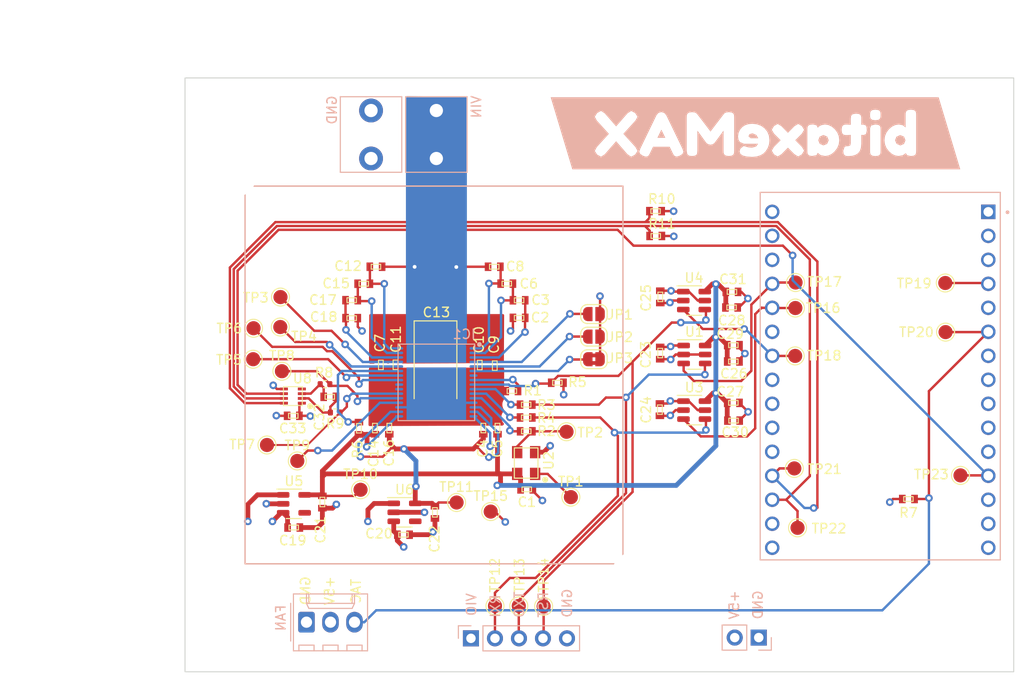
<source format=kicad_pcb>
(kicad_pcb (version 20211014) (generator pcbnew)
  (layers (0 "F.Cu" signal) (1 "In1.Cu" signal) (2 "In2.Cu" signal) (31 "B.Cu" signal) (34 "B.Paste" user) (35 "F.Paste" user) (36 "B.SilkS" user "B.Silkscreen") (37 "F.SilkS" user "F.Silkscreen") (38 "B.Mask" user) (39 "F.Mask" user) (44 "Edge.Cuts" user))
  (net 0 "")
  (net 1 "GND")
  (net 2 "Net-(C2-Pad2)")
  (net 3 "Net-(C6-Pad2)")
  (net 4 "/CI")
  (net 5 "/VDD")
  (net 6 "/RO")
  (net 7 "Net-(C12-Pad2)")
  (net 8 "Net-(C15-Pad2)")
  (net 9 "/RST_N")
  (net 10 "/5V")
  (net 11 "Net-(IC1-Pad4)")
  (net 12 "Net-(IC1-Pad5)")
  (net 13 "Net-(IC1-Pad6)")
  (net 14 "Net-(IC1-Pad25)")
  (net 15 "Net-(IC1-Pad26)")
  (net 16 "Net-(IC1-Pad27)")
  (net 17 "Net-(IC1-Pad28)")
  (net 18 "Net-(IC1-Pad29)")
  (net 19 "Net-(C17-Pad2)")
  (net 20 "/VCCIO")
  (net 21 "/TX")
  (net 22 "/RX")
  (net 23 "/1V8")
  (net 24 "/0V8")
  (net 25 "/RST")
  (net 26 "Net-(IC1-Pad8)")
  (net 27 "Net-(R2-Pad1)")
  (net 28 "Net-(C3-Pad2)")
  (net 29 "Net-(IC1-Pad10)")
  (net 30 "Net-(IC1-Pad11)")
  (net 31 "Net-(IC1-Pad12)")
  (net 32 "Net-(TP1-Pad1)")
  (net 38 "Net-(IC1-Pad20)")
  (net 47 "Net-(C32-Pad1)")
  (net 48 "Net-(C32-Pad2)")
  (net 49 "/TEMP_N")
  (net 50 "/TEMP_P")
  (net 51 "/FAN_TACH")
  (net 52 "/SCL")
  (net 53 "/SDA")
  (net 54 "Net-(U7-Pad4)")
  (net 55 "/TEMP_ALRT")
  (footprint "DayMiner:C0402" (layer "F.Cu") (at 112.97 74.32 -90)
    (property "Value" "311-3342-1-ND")
    (fp_text reference "C23")
    (fp_text value "0.1uF")
  )
  (footprint "Package_TO_SOT_SMD:SOT-23-6" (layer "F.Cu") (at 116.57 80.36)
    (fp_text reference "U3")
    (fp_text value "SN74LVC1T45DRLR")
  )
  (footprint "DayMiner:C0402" (layer "F.Cu") (at 83.42 75.57 -90)
    (property "Value" "311-3342-1-ND")
    (fp_text reference "C7")
    (fp_text value "0.1uF")
  )
  (footprint "TestPoint:TestPoint_Pad_D1.5mm" (layer "F.Cu") (at 103.52 89.57)
    (fp_text reference "TP1")
    (fp_text value "TestPoint")
  )
  (footprint "Resistor_SMD:R_0402_1005Metric" (layer "F.Cu") (at 77.51 77.61)
    (fp_text reference "R8")
    (fp_text value "100")
  )
  (footprint "DayMiner:R0402" (layer "F.Cu") (at 112.48 59.29)
    (fp_text reference "R10")
    (fp_text value "1K")
  )
  (footprint "DayMiner:C0402" (layer "F.Cu") (at 98.85 88.75 180)
    (property "Value" "311-3342-1-ND")
    (fp_text reference "C1")
    (fp_text value "0.1uF")
  )
  (footprint "Jumper:SolderJumper-2_P1.3mm_Open_RoundedPad1.0x1.5mm" (layer "F.Cu") (at 105.96 72.58 180)
    (fp_text reference "JP2")
    (fp_text value "SolderJumper_2_Open")
  )
  (footprint "DayMiner:R0402" (layer "F.Cu") (at 102.09 77.46 180)
    (fp_text reference "R5")
    (fp_text value "1K")
  )
  (footprint "DayMiner:C0402" (layer "F.Cu") (at 98.04 68.73 180)
    (property "Value" "587-5514-1-ND")
    (fp_text reference "C3")
    (fp_text value "1uF")
  )
  (footprint "TestPoint:TestPoint_Pad_D1.5mm" (layer "F.Cu") (at 127.27 69.55)
    (fp_text reference "TP16")
    (fp_text value "TestPoint")
  )
  (footprint "MountingHole:MountingHole_3.5mm" (layer "F.Cu") (at 68.31 55.85)
    (fp_text reference "H2" hide)
    (fp_text value "MountingHole")
  )
  (footprint "TestPoint:TestPoint_Pad_D1.5mm" (layer "F.Cu") (at 95.04 91.1)
    (fp_text reference "TP15")
    (fp_text value "TestPoint")
  )
  (footprint "DayMiner:C0402" (layer "F.Cu") (at 89.14 91.18 -90)
    (fp_text reference "C22")
    (fp_text value "1uF")
  )
  (footprint "Package_TO_SOT_SMD:SOT-23-5" (layer "F.Cu") (at 74.22 90.28)
    (fp_text reference "U5")
    (fp_text value "MCP1824")
  )
  (footprint "Package_TO_SOT_SMD:SOT-23-6" (layer "F.Cu") (at 116.55 68.76)
    (fp_text reference "U4")
    (fp_text value "SN74LVC1T45DRLR")
  )
  (footprint "DayMiner:R0402" (layer "F.Cu") (at 81.1 82.28 -90)
    (fp_text reference "R6")
    (fp_text value "10k")
  )
  (footprint "Package_TO_SOT_SMD:SOT-23-5" (layer "F.Cu") (at 85.92 91.18)
    (fp_text reference "U6")
    (fp_text value "MCP1824")
  )
  (footprint "MountingHole:MountingHole_3.5mm" (layer "F.Cu") (at 109.66 97.3)
    (fp_text reference "H1" hide)
    (fp_text value "MountingHole")
  )
  (footprint "Package_DFN_QFN:DFN-8_2x2mm_P0.5mm" (layer "F.Cu") (at 74.11 78.87 180)
    (fp_text reference "U8")
    (fp_text value "NCT218")
  )
  (footprint "DayMiner:C0402" (layer "F.Cu") (at 94.26 82.26 90)
    (property "Value" "587-5514-1-ND")
    (fp_text reference "C4")
    (fp_text value "1uF")
  )
  (footprint "TestPoint:TestPoint_Pad_D1.5mm" (layer "F.Cu") (at 127.5 92.82)
    (fp_text reference "TP22")
    (fp_text value "TestPoint")
  )
  (footprint "DayMiner:C0402" (layer "F.Cu") (at 82.9 65.18 180)
    (property "Value" "587-5514-1-ND")
    (fp_text reference "C12")
    (fp_text value "1uF")
  )
  (footprint "DayMiner:C0402" (layer "F.Cu") (at 120.56 67.84)
    (property "Value" "587-5514-1-ND")
    (fp_text reference "C31")
    (fp_text value "1uF")
  )
  (footprint "Jumper:SolderJumper-2_P1.3mm_Bridged2Bar_RoundedPad1.0x1.5mm" (layer "F.Cu") (at 105.96 74.97 180)
    (fp_text reference "JP3")
    (fp_text value "SolderJumper_2_Bridged")
  )
  (footprint "DayMiner:C0402" (layer "F.Cu") (at 120.71 75.21)
    (property "Value" "311-3342-1-ND")
    (fp_text reference "C26")
    (fp_text value "0.1uF")
  )
  (footprint "Package_TO_SOT_SMD:SOT-23-6" (layer "F.Cu") (at 116.59 74.47)
    (fp_text reference "U1")
    (fp_text value "SN74LVC1T45DRLR")
  )
  (footprint "DayMiner:C0402" (layer "F.Cu") (at 81.61 66.98 180)
    (property "Value" "587-5514-1-ND")
    (fp_text reference "C15")
    (fp_text value "1uF")
  )
  (footprint "DayMiner:alignment_pin_1.5mm" (layer "F.Cu") (at 51.68 37.69)
    (fp_text reference "H6" hide)
    (fp_text value "AlignmentHole")
  )
  (footprint "DayMiner:R0402" (layer "F.Cu") (at 139.23 89.77 180)
    (fp_text reference "R7")
    (fp_text value "10K")
  )
  (footprint "DayMiner:C0402" (layer "F.Cu") (at 78.02 78.95 180)
    (fp_text reference "C32")
    (fp_text value "1000pF")
  )
  (footprint "DayMiner:C0402" (layer "F.Cu") (at 84.31 82.26 90)
    (property "Value" "587-5514-1-ND")
    (fp_text reference "C16")
    (fp_text value "1uF")
  )
  (footprint "DayMiner:R0402" (layer "F.Cu") (at 98.79 79.78 180)
    (fp_text reference "R3")
    (fp_text value "0")
  )
  (footprint "DayMiner:alignment_pin_1.5mm" (layer "F.Cu") (at 50.85 40.15)
    (fp_text reference "H5" hide)
    (fp_text value "AlignmentHole")
  )
  (footprint "TestPoint:TestPoint_Pad_D1.5mm" (layer "F.Cu") (at 144.74 87.27)
    (fp_text reference "TP23")
    (fp_text value "TestPoint")
  )
  (footprint "TestPoint:TestPoint_Pad_D1.5mm" (layer "F.Cu") (at 72.95 76.24)
    (fp_text reference "TP8")
    (fp_text value "TestPoint")
  )
  (footprint "DayMiner:C0402" (layer "F.Cu") (at 80.33 70.62)
    (property "Value" "587-5514-1-ND")
    (fp_text reference "C18")
    (fp_text value "1uF")
  )
  (footprint "TestPoint:TestPoint_Pad_D1.5mm" (layer "F.Cu") (at 127.25 74.62)
    (fp_text reference "TP18")
    (fp_text value "TestPoint")
  )
  (footprint "DayMiner:C0402" (layer "F.Cu") (at 112.98 68.37 -90)
    (property "Value" "311-3342-1-ND")
    (fp_text reference "C25")
    (fp_text value "0.1uF")
  )
  (footprint "TestPoint:TestPoint_Pad_D1.5mm" (layer "F.Cu") (at 69.91 74.97)
    (fp_text reference "TP5")
    (fp_text value "TestPoint")
  )
  (footprint "TestPoint:TestPoint_Pad_D1.5mm" (layer "F.Cu") (at 72.8 68.39)
    (fp_text reference "TP3")
    (fp_text value "TestPoint")
  )
  (footprint "DayMiner:C0402" (layer "F.Cu") (at 93.88 75.59 -90)
    (property "Value" "587-5514-1-ND")
    (fp_text reference "C10")
    (fp_text value "1uF")
  )
  (footprint "DayMiner:C0402" (layer "F.Cu") (at 84.97 75.56 -90)
    (property "Value" "587-5514-1-ND")
    (fp_text reference "C11")
    (fp_text value "1uF")
  )
  (footprint "DayMiner:C0402" (layer "F.Cu") (at 82.79 82.26 90)
    (property "Value" "587-5514-1-ND")
    (fp_text reference "C14")
    (fp_text value "1uF")
  )
  (footprint "DayMiner:alignment_pin_1.5mm" (layer "F.Cu") (at 48.22 40.02)
    (fp_text reference "H4" hide)
    (fp_text value "AlignmentHole")
  )
  (footprint "Capacitor_Tantalum_SMD:CP_EIA-7343-31_Kemet-D_Pad2.25x2.55mm_HandSolder" (layer "F.Cu") (at 89.2 75.5 -90)
    (fp_text reference "C13")
    (fp_text value "330uF")
  )
  (footprint "DayMiner:alignment_pin_1.5mm" (layer "F.Cu") (at 48.83 37.86)
    (fp_text reference "H3" hide)
    (fp_text value "AlignmentHole")
  )
  (footprint "TestPoint:TestPoint_Pad_D1.5mm" (layer "F.Cu") (at 71.37 84.05)
    (fp_text reference "TP7")
    (fp_text value "TestPoint")
  )
  (footprint "TestPoint:TestPoint_Pad_D1.5mm" (layer "F.Cu") (at 103.06 82.65)
    (fp_text reference "TP2")
    (fp_text value "TestPoint")
  )
  (footprint "DayMiner:C0402" (layer "F.Cu") (at 74.15 80.96 180)
    (property "Value" "311-3342-1-ND")
    (fp_text reference "C33")
    (fp_text value "0.1uF")
  )
  (footprint "TestPoint:TestPoint_Pad_D1.5mm" (layer "F.Cu") (at 98.01 101.09)
    (fp_text reference "TP13")
    (fp_text value "TestPoint")
  )
  (footprint "TestPoint:TestPoint_Pad_D1.5mm" (layer "F.Cu") (at 127.29 66.85)
    (fp_text reference "TP17")
    (fp_text value "TestPoint")
  )
  (footprint "DayMiner:C0402" (layer "F.Cu") (at 120.71 73.48)
    (property "Value" "587-5514-1-ND")
    (fp_text reference "C29")
    (fp_text value "1uF")
  )
  (footprint "DayMiner:C0402" (layer "F.Cu") (at 74.2 92.79)
    (property "Value" "311-3342-1-ND")
    (fp_text reference "C19")
    (fp_text value "0.1uF")
  )
  (footprint "DayMiner:C0402" (layer "F.Cu") (at 96.74 66.97 180)
    (property "Value" "587-5514-1-ND")
    (fp_text reference "C6")
    (fp_text value "1uF")
  )
  (footprint "TestPoint:TestPoint_Pad_D1.5mm" (layer "F.Cu") (at 74.58 85.74)
    (fp_text reference "TP9")
    (fp_text value "TestPoint")
  )
  (footprint "TestPoint:TestPoint_Pad_D1.5mm" (layer "F.Cu") (at 72.78 71.56)
    (fp_text reference "TP4")
    (fp_text value "TestPoint")
  )
  (footprint "TestPoint:TestPoint_Pad_D1.5mm" (layer "F.Cu") (at 100.64 101.13 90)
    (fp_text reference "TP14")
    (fp_text value "TestPoint")
  )
  (footprint "TestPoint:TestPoint_Pad_D1.5mm" (layer "F.Cu") (at 127.16 86.53)
    (fp_text reference "TP21")
    (fp_text value "TestPoint")
  )
  (footprint "DayMiner:O 25,0-JO32-B-1V3-1-T1-LF" (layer "F.Cu") (at 98.79 85.96 90)
    (fp_text reference "U2")
    (fp_text value "oscillator")
  )
  (footprint "TestPoint:TestPoint_Pad_D1.5mm" (layer "F.Cu") (at 81.27 88.79)
    (fp_text reference "TP10")
    (fp_text value "TestPoint")
  )
  (footprint "DayMiner:R0402" (layer "F.Cu") (at 112.5 61.92)
    (fp_text reference "R11")
    (fp_text value "1K")
  )
  (footprint "DayMiner:R0402" (layer "F.Cu") (at 97.28 78.34)
    (fp_text reference "R1")
    (fp_text value "470")
  )
  (footprint "DayMiner:C0402" (layer "F.Cu") (at 98.04 70.59)
    (property "Value" "587-5514-1-ND")
    (fp_text reference "C2")
    (fp_text value "1uF")
  )
  (footprint "DayMiner:C0402" (layer "F.Cu") (at 85.81 93.55)
    (property "Value" "311-3342-1-ND")
    (fp_text reference "C20")
    (fp_text value "0.1uF")
  )
  (footprint "TestPoint:TestPoint_Pad_D1.5mm" (layer "F.Cu") (at 143.13 66.9)
    (fp_text reference "TP19")
    (fp_text value "TestPoint")
  )
  (footprint "DayMiner:C0402" (layer "F.Cu") (at 120.71 79.59)
    (property "Value" "311-3342-1-ND")
    (fp_text reference "C27")
    (fp_text value "0.1uF")
  )
  (footprint "DayMiner:C0402" (layer "F.Cu") (at 95.76 82.26 90)
    (property "Value" "587-5514-1-ND")
    (fp_text reference "C5")
    (fp_text value "1uF")
  )
  (footprint "TestPoint:TestPoint_Pad_D1.5mm" (layer "F.Cu") (at 69.95 71.69)
    (fp_text reference "TP6")
    (fp_text value "TestPoint")
  )
  (footprint "DayMiner:R0402" (layer "F.Cu") (at 98.8 82.6 180)
    (fp_text reference "R2")
    (fp_text value "33")
  )
  (footprint "DayMiner:C0402" (layer "F.Cu") (at 80.33 68.72 180)
    (property "Value" "587-5514-1-ND")
    (fp_text reference "C17")
    (fp_text value "1uF")
  )
  (footprint "Jumper:SolderJumper-2_P1.3mm_Open_RoundedPad1.0x1.5mm" (layer "F.Cu") (at 105.96 70.19 180)
    (fp_text reference "JP1")
    (fp_text value "SolderJumper_2_Open")
  )
  (footprint "DayMiner:C0402" (layer "F.Cu") (at 120.73 81.47)
    (property "Value" "587-5514-1-ND")
    (fp_text reference "C30")
    (fp_text value "1uF")
  )
  (footprint "DayMiner:C0402" (layer "F.Cu") (at 95.41 65.18 180)
    (property "Value" "587-5514-1-ND")
    (fp_text reference "C8")
    (fp_text value "1uF")
  )
  (footprint "TestPoint:TestPoint_Pad_D1.5mm" (layer "F.Cu") (at 91.43 90.14)
    (fp_text reference "TP11")
    (fp_text value "TestPoint")
  )
  (footprint "TestPoint:TestPoint_Pad_D1.5mm" (layer "F.Cu") (at 95.49 101.09)
    (fp_text reference "TP12")
    (fp_text value "TestPoint")
  )
  (footprint "DayMiner:C0402" (layer "F.Cu") (at 120.52 69.49)
    (property "Value" "311-3342-1-ND")
    (fp_text reference "C28")
    (fp_text value "0.1uF")
  )
  (footprint "DayMiner:C0402" (layer "F.Cu") (at 112.94 80.31 -90)
    (property "Value" "311-3342-1-ND")
    (fp_text reference "C24")
    (fp_text value "0.1uF")
  )
  (footprint "DayMiner:C0402" (layer "F.Cu") (at 77.23 90.09 -90)
    (fp_text reference "C21")
    (fp_text value "1uF")
  )
  (footprint "DayMiner:R0402" (layer "F.Cu") (at 98.79 81.14 180)
    (fp_text reference "R4")
    (fp_text value "0")
  )
  (footprint "TestPoint:TestPoint_Pad_D1.5mm" (layer "F.Cu") (at 143.16 72.1 180)
    (fp_text reference "TP20")
    (fp_text value "TestPoint")
  )
  (footprint "DayMiner:C0402" (layer "F.Cu") (at 95.47 75.65 -90)
    (property "Value" "311-3342-1-ND")
    (fp_text reference "C9")
    (fp_text value "0.1uF")
  )
  (footprint "Resistor_SMD:R_0402_1005Metric" (layer "F.Cu") (at 78.59 80.61 180)
    (fp_text reference "R9")
    (fp_text value "100")
  )
  (footprint "DayMiner:XCVR_ESP32-C3-DEVKITC-02" (layer "B.Cu") (at 136.25 76.76 180)
    (fp_text reference "U7" hide)
    (fp_text value "ESP32-C3-DEVKITC-02")
  )
  (footprint "kibuzzard-62B6C053" (layer "B.Cu") (at 123.05 51.05 180)
    (fp_text reference "kibuzzard-62B6C053" hide)
    (fp_text value "G***" hide)
  )
  (footprint "Connector_PinHeader_2.54mm:PinHeader_1x05_P2.54mm_Vertical" (layer "B.Cu") (at 92.95 104.52 -90)
    (fp_text reference "J3" hide)
    (fp_text value "Conn_01x05")
  )
  (footprint "Connector_PinHeader_2.54mm:PinHeader_1x02_P2.54mm_Vertical" (layer "B.Cu") (at 123.395 104.44 90)
    (fp_text reference "J4" hide)
    (fp_text value "Conn_01x02")
  )
  (footprint "DayMiner:SON45P800X800X70-33T645X800N" (layer "B.Cu") (at 89.29 77.42 180)
    (fp_text reference "IC1")
    (fp_text value "BM1397_mode1")
  )
  (footprint "DayMiner:63862-1" (layer "B.Cu") (at 89.29 51.18 90)
    (fp_text reference "J1" hide)
    (fp_text value "Conn_01x01")
  )
  (footprint "DayMiner:63862-1" (layer "B.Cu") (at 82.38 51.18 90)
    (fp_text reference "J2" hide)
    (fp_text value "Conn_01x01")
  )
  (footprint "Connector_Molex:Molex_KK-254_AE-6410-03A_1x03_P2.54mm_Vertical" (layer "B.Cu") (at 75.55 102.81)
    (fp_text reference "J5" hide)
    (fp_text value "Conn_01x03")
  )
  (gr_rect (start 69.05 56.64) (end 109.03 96.63) (layer "B.SilkS") (width 0.15) (fill none))
  (gr_rect (start 62.7 45.19) (end 150.37 108.06) (layer "Edge.Cuts") (width 0.1) (fill none))
  (gr_text "VIN" (at 93.52 48.256666 90) (layer "B.SilkS") (effects (font (size 1 1)) (justify mirror)))
  (gr_text "RST" (at 100.5975 100.966666 90) (layer "B.SilkS") (effects (font (size 1 1)) (justify mirror)))
  (gr_text "GND" (at 123.31 100.98 90) (layer "B.SilkS") (effects (font (size 1 1)) (justify mirror)))
  (gr_text "VIO" (at 93 100.942857 90) (layer "B.SilkS") (effects (font (size 1 1)) (justify mirror)))
  (gr_text "FAN" (at 72.83 102.36 90) (layer "B.SilkS") (effects (font (size 1 1)) (justify mirror)))
  (gr_text "RXI" (at 95.5325 101.109524 90) (layer "B.SilkS") (effects (font (size 1 1)) (justify mirror)))
  (gr_text "GND" (at 103.13 100.8 90) (layer "B.SilkS") (effects (font (size 1 1)) (justify mirror)))
  (gr_text "TXO" (at 98.065 100.942857 90) (layer "B.SilkS") (effects (font (size 1 1)) (justify mirror)))
  (gr_text "GND" (at 78.25 48.59 90) (layer "B.SilkS") (effects (font (size 1 1)) (justify mirror)))
  (gr_text "+5V" (at 120.8 100.98 90) (layer "B.SilkS") (effects (font (size 1 1)) (justify mirror)))
  (gr_text "+5V" (at 78 99.482381 90) (layer "F.SilkS") (effects (font (size 1 1)) (justify mirror)))
  (gr_text "TAC" (at 80.79 99.53 90) (layer "F.SilkS") (effects (font (size 1 1)) (justify mirror)))
  (gr_text "GND" (at 75.45 99.482381 90) (layer "F.SilkS") (effects (font (size 1 1)) (justify mirror)))
  (segment (start 73.16 78.12) (end 72.42 78.12) (width 0.254) (layer "F.Cu") (net 1))
  (segment (start 115.4525 74.47) (end 114.61 74.47) (width 0.254) (layer "F.Cu") (net 1))
  (segment (start 121.36 73.48) (end 121.36 73.79482) (width 0.254) (layer "F.Cu") (net 1))
  (segment (start 73.5 80.96) (end 72.38 80.96) (width 0.254) (layer "F.Cu") (net 1))
  (segment (start 99.5 88.92) (end 100.51 89.93) (width 0.254) (layer "F.Cu") (net 1))
  (segment (start 114.05 74.97) (end 114.08 75) (width 0.254) (layer "F.Cu") (net 1))
  (segment (start 77.23 92.25) (end 77.23 90.74) (width 0.508) (layer "F.Cu") (net 1))
  (segment (start 95.48 91.1) (end 96.58 92.2) (width 0.254) (layer "F.Cu") (net 1))
  (segment (start 97.39 70.59) (end 97.39 71.73) (width 0.254) (layer "F.Cu") (net 1))
  (segment (start 86.46 93.55) (end 88.64 93.55) (width 0.508) (layer "F.Cu") (net 1))
  (segment (start 121.38 81.43) (end 122.27 80.54) (width 0.254) (layer "F.Cu") (net 1))
  (segment (start 99.5 88.75) (end 99.5 88.92) (width 0.254) (layer "F.Cu") (net 1))
  (segment (start 106.61 72.58) (end 106.61 70.19) (width 0.254) (layer "F.Cu") (net 1))
  (segment (start 72.38 80.96) (end 72.36 80.94) (width 0.254) (layer "F.Cu") (net 1))
  (segment (start 77.25 92.27) (end 77.23 92.25) (width 0.508) (layer "F.Cu") (net 1))
  (segment (start 106.61 74.97) (end 106.61 72.58) (width 0.254) (layer "F.Cu") (net 1))
  (segment (start 115.4325 80.36) (end 114.6 80.36) (width 0.254) (layer "F.Cu") (net 1))
  (segment (start 121.36 79.59) (end 121.36 79.63) (width 0.254) (layer "F.Cu") (net 1))
  (segment (start 73.0825 90.28) (end 71.31 90.28) (width 0.508) (layer "F.Cu") (net 1))
  (segment (start 106.61 70.19) (end 106.61 68.3) (width 0.254) (layer "F.Cu") (net 1))
  (segment (start 89.14 93.05) (end 89.14 91.83) (width 0.508) (layer "F.Cu") (net 1))
  (segment (start 121.55 67.84) (end 122.25 68.54) (width 0.254) (layer "F.Cu") (net 1))
  (segment (start 80.98 70.62) (end 80.98 71.53) (width 0.254) (layer "F.Cu") (net 1))
  (segment (start 121.38 81.47) (end 121.38 81.43) (width 0.254) (layer "F.Cu") (net 1))
  (segment (start 84.7825 91.18) (end 88.03 91.18) (width 0.508) (layer "F.Cu") (net 1))
  (segment (start 88.64 93.55) (end 89.14 93.05) (width 0.508) (layer "F.Cu") (net 1))
  (segment (start 112.98 69.02) (end 113.95 69.02) (width 0.254) (layer "F.Cu") (net 1))
  (segment (start 121.36 75.21) (end 121.36 74.94518) (width 0.254) (layer "F.Cu") (net 1))
  (segment (start 72.42 78.12) (end 72.03 77.73) (width 0.254) (layer "F.Cu") (net 1))
  (segment (start 121.17 69.49) (end 121.3 69.49) (width 0.254) (layer "F.Cu") (net 1))
  (segment (start 106.61 68.3) (end 106.6 68.29) (width 0.254) (layer "F.Cu") (net 1))
  (segment (start 80.98 71.53) (end 81.43 71.98) (width 0.254) (layer "F.Cu") (net 1))
  (segment (start 113.95 69.02) (end 114 68.97) (width 0.254) (layer "F.Cu") (net 1))
  (segment (start 115.4125 68.76) (end 114.21 68.76) (width 0.254) (layer "F.Cu") (net 1))
  (segment (start 71.31 90.28) (end 71.3 90.27) (width 0.508) (layer "F.Cu") (net 1))
  (segment (start 121.36 79.63) (end 122.27 80.54) (width 0.254) (layer "F.Cu") (net 1))
  (segment (start 97.39 71.73) (end 97.14 71.98) (width 0.254) (layer "F.Cu") (net 1))
  (segment (start 77.23 90.74) (end 78.31 90.74) (width 0.508) (layer "F.Cu") (net 1))
  (segment (start 100.65 84.81) (end 101.33 84.13) (width 0.508) (layer "F.Cu") (net 1))
  (segment (start 95.04 91.1) (end 95.48 91.1) (width 0.254) (layer "F.Cu") (net 1))
  (segment (start 102.74 78.7) (end 102.76 78.72) (width 0.254) (layer "F.Cu") (net 1))
  (segment (start 114.6 80.36) (end 114.04 80.92) (width 0.254) (layer "F.Cu") (net 1))
  (segment (start 114.21 68.76) (end 114 68.97) (width 0.254) (layer "F.Cu") (net 1))
  (segment (start 121.21 67.84) (end 121.55 67.84) (width 0.254) (layer "F.Cu") (net 1))
  (segment (start 112.94 80.96) (end 114 80.96) (width 0.254) (layer "F.Cu") (net 1))
  (segment (start 117.7275 74.47) (end 115.4525 74.47) (width 0.254) (layer "F.Cu") (net 1))
  (segment (start 74.85 92.79) (end 76.73 92.79) (width 0.508) (layer "F.Cu") (net 1))
  (segment (start 121.36 73.79482) (end 121.93518 74.37) (width 0.254) (layer "F.Cu") (net 1))
  (segment (start 114 80.96) (end 114.04 80.92) (width 0.254) (layer "F.Cu") (net 1))
  (segment (start 99.74 84.81) (end 100.65 84.81) (width 0.508) (layer "F.Cu") (net 1))
  (segment (start 102.74 77.46) (end 102.74 78.7) (width 0.254) (layer "F.Cu") (net 1))
  (segment (start 78.31 90.74) (end 78.71 90.34) (width 0.508) (layer "F.Cu") (net 1))
  (segment (start 121.3 69.49) (end 122.25 68.54) (width 0.254) (layer "F.Cu") (net 1))
  (segment (start 121.36 74.94518) (end 121.93518 74.37) (width 0.254) (layer "F.Cu") (net 1))
  (segment (start 76.73 92.79) (end 77.25 92.27) (width 0.508) (layer "F.Cu") (net 1))
  (segment (start 114.61 74.47) (end 114.08 75) (width 0.254) (layer "F.Cu") (net 1))
  (segment (start 112.97 74.97) (end 114.05 74.97) (width 0.254) (layer "F.Cu") (net 1))
  (via (at 72.36 80.94) (size 0.8) (drill 0.4) (layers "F.Cu" "B.Cu") (net 1))
  (via (at 81.43 71.98) (size 0.8) (drill 0.4) (layers "F.Cu" "B.Cu") (net 1))
  (via (at 122.27 80.54) (size 0.8) (drill 0.4) (layers "F.Cu" "B.Cu") (net 1))
  (via (at 100.51 89.93) (size 0.8) (drill 0.4) (layers "F.Cu" "B.Cu") (net 1))
  (via (at 96.58 92.2) (size 0.8) (drill 0.4) (layers "F.Cu" "B.Cu") (net 1))
  (via (at 122.25 68.54) (size 0.8) (drill 0.4) (layers "F.Cu" "B.Cu") (net 1))
  (via (at 72.03 77.73) (size 0.8) (drill 0.4) (layers "F.Cu" "B.Cu") (net 1))
  (via (at 97.14 71.98) (size 0.8) (drill 0.4) (layers "F.Cu" "B.Cu") (net 1))
  (via (at 114 68.97) (size 0.8) (drill 0.4) (layers "F.Cu" "B.Cu") (net 1))
  (via (at 101.33 84.13) (size 0.8) (drill 0.4) (layers "F.Cu" "B.Cu") (net 1))
  (via (at 114.04 80.92) (size 0.8) (drill 0.4) (layers "F.Cu" "B.Cu") (net 1))
  (via (at 114.08 75) (size 0.8) (drill 0.4) (layers "F.Cu" "B.Cu") (net 1))
  (via (at 102.76 78.72) (size 0.8) (drill 0.4) (layers "F.Cu" "B.Cu") (net 1))
  (via (at 71.3 90.27) (size 0.8) (drill 0.4) (layers "F.Cu" "B.Cu") (net 1))
  (via (at 121.93518 74.37) (size 0.8) (drill 0.4) (layers "F.Cu" "B.Cu") (net 1))
  (via (at 78.71 90.34) (size 0.8) (drill 0.4) (layers "F.Cu" "B.Cu") (net 1))
  (via (at 88.93 93.26) (size 0.8) (drill 0.4) (layers "F.Cu" "B.Cu") (net 1))
  (via (at 88.03 91.18) (size 0.8) (drill 0.4) (layers "F.Cu" "B.Cu") (net 1))
  (via (at 106.6 68.29) (size 0.8) (drill 0.4) (layers "F.Cu" "B.Cu") (net 1))
  (segment (start 85.3554 80.06) (end 87.85 80.06) (width 0.254) (layer "B.Cu") (net 1))
  (segment (start 87.85 80.06) (end 89.29 78.62) (width 0.254) (layer "B.Cu") (net 1))
  (segment (start 90.25 79.58) (end 89.29 78.62) (width 0.254) (layer "B.Cu") (net 1))
  (segment (start 93.2246 79.58) (end 90.25 79.58) (width 0.254) (layer "B.Cu") (net 1))
  (segment (start 98.69 70.59) (end 98.69 68.73) (width 0.254) (layer "F.Cu") (net 2))
  (segment (start 98.67 72.1) (end 98.67 70.61) (width 0.254) (layer "F.Cu") (net 2))
  (segment (start 98.67 70.61) (end 98.69 70.59) (width 0.254) (layer "F.Cu") (net 2))
  (via (at 98.67 72.1) (size 0.8) (drill 0.4) (layers "F.Cu" "B.Cu") (net 2))
  (segment (start 95.9 74.78) (end 98.58 72.1) (width 0.254) (layer "B.Cu") (net 2))
  (segment (start 93.2246 74.78) (end 95.9 74.78) (width 0.254) (layer "B.Cu") (net 2))
  (segment (start 98.58 72.1) (end 98.67 72.1) (width 0.254) (layer "B.Cu") (net 2))
  (segment (start 96.07 66.95) (end 96.09 66.97) (width 0.254) (layer "F.Cu") (net 3))
  (segment (start 96.09 65.21) (end 96.06 65.18) (width 0.254) (layer "F.Cu") (net 3))
  (segment (start 94.85 66.95) (end 96.07 66.95) (width 0.254) (layer "F.Cu") (net 3))
  (segment (start 96.09 66.97) (end 96.09 65.21) (width 0.254) (layer "F.Cu") (net 3))
  (via (at 94.85 66.95) (size 0.8) (drill 0.4) (layers "F.Cu" "B.Cu") (net 3))
  (segment (start 94.14 73.82) (end 94.85 73.11) (width 0.254) (layer "B.Cu") (net 3))
  (segment (start 94.85 73.11) (end 94.85 66.95) (width 0.254) (layer "B.Cu") (net 3))
  (segment (start 93.2246 73.82) (end 94.14 73.82) (width 0.254) (layer "B.Cu") (net 3))
  (segment (start 106.63 81.14) (end 99.44 81.14) (width 0.254) (layer "F.Cu") (net 4))
  (segment (start 108.14 82.74) (end 108.14 82.65) (width 0.254) (layer "F.Cu") (net 4))
  (segment (start 108.49 83.09) (end 108.49 89.43) (width 0.254) (layer "F.Cu") (net 4))
  (segment (start 95.49 104.52) (end 95.49 101.09) (width 0.254) (layer "F.Cu") (net 4))
  (segment (start 99.79 98.13) (end 97.06 98.13) (width 0.254) (layer "F.Cu") (net 4))
  (segment (start 117.81 82.4611) (end 117.81 81.4125) (width 0.254) (layer "F.Cu") (net 4))
  (segment (start 95.49 99.7) (end 95.49 101.09) (width 0.254) (layer "F.Cu") (net 4))
  (segment (start 108.14 82.74) (end 108.49 83.09) (width 0.254) (layer "F.Cu") (net 4))
  (segment (start 108.14 82.65) (end 106.63 81.14) (width 0.254) (layer "F.Cu") (net 4))
  (segment (start 97.06 98.13) (end 95.49 99.7) (width 0.254) (layer "F.Cu") (net 4))
  (segment (start 108.49 89.43) (end 99.79 98.13) (width 0.254) (layer "F.Cu") (net 4))
  (segment (start 117.81 81.4125) (end 117.7075 81.31) (width 0.254) (layer "F.Cu") (net 4))
  (via (at 117.81 82.4611) (size 0.8) (drill 0.4) (layers "F.Cu" "B.Cu") (net 4))
  (via (at 108.14 82.74) (size 0.8) (drill 0.4) (layers "F.Cu" "B.Cu") (net 4))
  (segment (start 117.5311 82.74) (end 117.81 82.4611) (width 0.254) (layer "B.Cu") (net 4))
  (segment (start 108.14 82.74) (end 117.5311 82.74) (width 0.254) (layer "B.Cu") (net 4))
  (segment (start 83.55 65.18) (end 86.98 65.18) (width 0.254) (layer "F.Cu") (net 5))
  (segment (start 86.98 65.18) (end 86.99 65.19) (width 0.254) (layer "F.Cu") (net 5))
  (segment (start 94.76 65.18) (end 91.43 65.18) (width 0.254) (layer "F.Cu") (net 5))
  (segment (start 91.43 65.18) (end 91.4 65.21) (width 0.254) (layer "F.Cu") (net 5))
  (via (at 86.99 65.19) (size 0.8) (drill 0.4) (layers "F.Cu" "B.Cu") (net 5))
  (via (at 91.4 65.21) (size 0.8) (drill 0.4) (layers "F.Cu" "B.Cu") (net 5))
  (segment (start 98.01 104.5) (end 98.03 104.52) (width 0.254) (layer "F.Cu") (net 6))
  (segment (start 109.35 79.01) (end 109.35 89.144058) (width 0.254) (layer "F.Cu") (net 6))
  (segment (start 117.7 76.6011) (end 117.7 75.4475) (width 0.254) (layer "F.Cu") (net 6))
  (segment (start 98.01 101.09) (end 98.01 104.5) (width 0.254) (layer "F.Cu") (net 6))
  (segment (start 98.01 100.484058) (end 98.01 101.09) (width 0.254) (layer "F.Cu") (net 6))
  (segment (start 117.7 75.4475) (end 117.7275 75.42) (width 0.254) (layer "F.Cu") (net 6))
  (segment (start 106.48 79.78) (end 107.228911 79.031089) (width 0.254) (layer "F.Cu") (net 6))
  (segment (start 99.44 79.78) (end 106.48 79.78) (width 0.254) (layer "F.Cu") (net 6))
  (segment (start 107.228911 79.031089) (end 109.328911 79.031089) (width 0.254) (layer "F.Cu") (net 6))
  (segment (start 109.328911 79.031089) (end 109.35 79.01) (width 0.254) (layer "F.Cu") (net 6))
  (segment (start 109.35 89.144058) (end 98.01 100.484058) (width 0.254) (layer "F.Cu") (net 6))
  (via (at 109.35 79.01) (size 0.8) (drill 0.4) (layers "F.Cu" "B.Cu") (net 6))
  (via (at 117.7 76.6011) (size 0.8) (drill 0.4) (layers "F.Cu" "B.Cu") (net 6))
  (segment (start 111.7589 76.6011) (end 117.7 76.6011) (width 0.254) (layer "B.Cu") (net 6))
  (segment (start 109.35 79.01) (end 111.7589 76.6011) (width 0.254) (layer "B.Cu") (net 6))
  (segment (start 82.26 66.98) (end 82.26 65.19) (width 0.254) (layer "F.Cu") (net 7))
  (segment (start 82.26 65.19) (end 82.25 65.18) (width 0.254) (layer "F.Cu") (net 7))
  (segment (start 83.78 66.98) (end 82.26 66.98) (width 0.254) (layer "F.Cu") (net 7))
  (via (at 83.78 66.98) (size 0.8) (drill 0.4) (layers "F.Cu" "B.Cu") (net 7))
  (segment (start 84.28 73.82) (end 83.78 73.32) (width 0.254) (layer "B.Cu") (net 7))
  (segment (start 83.78 73.32) (end 83.78 66.98) (width 0.254) (layer "B.Cu") (net 7))
  (segment (start 85.3554 73.82) (end 84.28 73.82) (width 0.254) (layer "B.Cu") (net 7))
  (segment (start 80.98 68.72) (end 80.98 67) (width 0.254) (layer "F.Cu") (net 8))
  (segment (start 82.45 68.82) (end 81.08 68.82) (width 0.254) (layer "F.Cu") (net 8))
  (segment (start 81.08 68.82) (end 80.98 68.72) (width 0.254) (layer "F.Cu") (net 8))
  (segment (start 80.98 67) (end 80.96 66.98) (width 0.254) (layer "F.Cu") (net 8))
  (via (at 82.45 68.82) (size 0.8) (drill 0.4) (layers "F.Cu" "B.Cu") (net 8))
  (segment (start 84.05 74.3) (end 82.45 72.7) (width 0.254) (layer "B.Cu") (net 8))
  (segment (start 82.45 72.7) (end 82.45 68.82) (width 0.254) (layer "B.Cu") (net 8))
  (segment (start 85.3554 74.3) (end 84.05 74.3) (width 0.254) (layer "B.Cu") (net 8))
  (segment (start 100.64 98.428115) (end 100.64 101.13) (width 0.254) (layer "F.Cu") (net 9))
  (segment (start 110.046089 89.022026) (end 100.64 98.428115) (width 0.254) (layer "F.Cu") (net 9))
  (segment (start 102.168911 76.731089) (end 108.551089 76.731089) (width 0.254) (layer "F.Cu") (net 9))
  (segment (start 99.79 77.55) (end 101.35 77.55) (width 0.254) (layer "F.Cu") (net 9))
  (segment (start 114.192178 71.09) (end 115.15 71.09) (width 0.254) (layer "F.Cu") (net 9))
  (segment (start 117.81 69.8325) (end 117.6875 69.71) (width 0.254) (layer "F.Cu") (net 9))
  (segment (start 110.046089 75.236089) (end 110.046089 89.022026) (width 0.254) (layer "F.Cu") (net 9))
  (segment (start 108.551089 76.731089) (end 110.046089 75.236089) (width 0.254) (layer "F.Cu") (net 9))
  (segment (start 117.81 70.82) (end 117.81 69.8325) (width 0.254) (layer "F.Cu") (net 9))
  (segment (start 110.046089 75.236089) (end 114.192178 71.09) (width 0.254) (layer "F.Cu") (net 9))
  (segment (start 100.64 104.45) (end 100.57 104.52) (width 0.254) (layer "F.Cu") (net 9))
  (segment (start 101.44 77.46) (end 102.168911 76.731089) (width 0.254) (layer "F.Cu") (net 9))
  (segment (start 101.35 77.55) (end 101.44 77.46) (width 0.254) (layer "F.Cu") (net 9))
  (segment (start 100.64 101.13) (end 100.64 104.45) (width 0.254) (layer "F.Cu") (net 9))
  (via (at 117.81 70.82) (size 0.8) (drill 0.4) (layers "F.Cu" "B.Cu") (net 9))
  (via (at 115.15 71.09) (size 0.8) (drill 0.4) (layers "F.Cu" "B.Cu") (net 9))
  (via (at 99.79 77.55) (size 0.8) (drill 0.4) (layers "F.Cu" "B.Cu") (net 9))
  (segment (start 115.15 71.09) (end 117.54 71.09) (width 0.254) (layer "B.Cu") (net 9))
  (segment (start 96.949874 77.66) (end 97.098785 77.808911) (width 0.254) (layer "B.Cu") (net 9))
  (segment (start 99.531089 77.808911) (end 99.79 77.55) (width 0.254) (layer "B.Cu") (net 9))
  (segment (start 93.2246 77.66) (end 96.949874 77.66) (width 0.254) (layer "B.Cu") (net 9))
  (segment (start 117.54 71.09) (end 117.81 70.82) (width 0.254) (layer "B.Cu") (net 9))
  (segment (start 97.098785 77.808911) (end 99.531089 77.808911) (width 0.254) (layer "B.Cu") (net 9))
  (segment (start 82.71 90.24) (end 82.05 90.9) (width 0.508) (layer "F.Cu") (net 10))
  (segment (start 70.36 89.33) (end 69.35 90.34) (width 0.508) (layer "F.Cu") (net 10))
  (segment (start 84.7825 90.23) (end 84.283811 90.23) (width 0.508) (layer "F.Cu") (net 10))
  (segment (start 85.16 93.55) (end 85.16 94.17) (width 0.508) (layer "F.Cu") (net 10))
  (segment (start 84.283811 90.23) (end 84.273811 90.24) (width 0.508) (layer "F.Cu") (net 10))
  (segment (start 73.55 91.6975) (end 73.0825 91.23) (width 0.508) (layer "F.Cu") (net 10))
  (segment (start 69.35 90.34) (end 69.35 92.14) (width 0.508) (layer "F.Cu") (net 10))
  (segment (start 73.0825 91.23) (end 72.86 91.23) (width 0.508) (layer "F.Cu") (net 10))
  (segment (start 72.86 91.23) (end 71.95 92.14) (width 0.508) (layer "F.Cu") (net 10))
  (segment (start 82.05 90.9) (end 82.05 92.14) (width 0.508) (layer "F.Cu") (net 10))
  (segment (start 84.273811 90.24) (end 82.71 90.24) (width 0.508) (layer "F.Cu") (net 10))
  (segment (start 85.16 94.17) (end 85.835 94.845) (width 0.508) (layer "F.Cu") (net 10))
  (segment (start 73.0825 89.33) (end 70.36 89.33) (width 0.508) (layer "F.Cu") (net 10))
  (segment (start 84.7825 92.13) (end 84.7825 93.1725) (width 0.508) (layer "F.Cu") (net 10))
  (segment (start 73.55 92.79) (end 73.55 91.6975) (width 0.508) (layer "F.Cu") (net 10))
  (segment (start 84.7825 93.1725) (end 85.16 93.55) (width 0.508) (layer "F.Cu") (net 10))
  (via (at 85.835 94.845) (size 0.8) (drill 0.4) (layers "F.Cu" "B.Cu") (net 10))
  (via (at 69.35 92.14) (size 0.8) (drill 0.4) (layers "F.Cu" "B.Cu") (net 10))
  (via (at 71.95 92.14) (size 0.8) (drill 0.4) (layers "F.Cu" "B.Cu") (net 10))
  (via (at 82.05 92.14) (size 0.8) (drill 0.4) (layers "F.Cu" "B.Cu") (net 10))
  (segment (start 105.29 70.17) (end 105.31 70.19) (width 0.254) (layer "F.Cu") (net 11))
  (segment (start 103.42 70.17) (end 105.29 70.17) (width 0.254) (layer "F.Cu") (net 11))
  (via (at 103.42 70.17) (size 0.8) (drill 0.4) (layers "F.Cu" "B.Cu") (net 11))
  (segment (start 98.32 75.26) (end 103.41 70.17) (width 0.254) (layer "B.Cu") (net 11))
  (segment (start 103.41 70.17) (end 103.42 70.17) (width 0.254) (layer "B.Cu") (net 11))
  (segment (start 93.2246 75.26) (end 98.32 75.26) (width 0.254) (layer "B.Cu") (net 11))
  (segment (start 103.38 72.57) (end 105.3 72.57) (width 0.254) (layer "F.Cu") (net 12))
  (segment (start 105.3 72.57) (end 105.31 72.58) (width 0.254) (layer "F.Cu") (net 12))
  (via (at 103.38 72.57) (size 0.8) (drill 0.4) (layers "F.Cu" "B.Cu") (net 12))
  (segment (start 100.21 75.74) (end 103.38 72.57) (width 0.254) (layer "B.Cu") (net 12))
  (segment (start 93.2246 75.74) (end 100.21 75.74) (width 0.254) (layer "B.Cu") (net 12))
  (segment (start 103.39 75) (end 105.28 75) (width 0.254) (layer "F.Cu") (net 13))
  (segment (start 105.28 75) (end 105.31 74.97) (width 0.254) (layer "F.Cu") (net 13))
  (via (at 103.39 75) (size 0.8) (drill 0.4) (layers "F.Cu" "B.Cu") (net 13))
  (segment (start 102.17 76.22) (end 103.39 75) (width 0.254) (layer "B.Cu") (net 13))
  (segment (start 93.2246 76.22) (end 102.17 76.22) (width 0.254) (layer "B.Cu") (net 13))
  (segment (start 77.718785 74.118911) (end 77.259874 73.66) (width 0.254) (layer "F.Cu") (net 14))
  (segment (start 81.1 76.94) (end 78.278911 74.118911) (width 0.254) (layer "F.Cu") (net 14))
  (segment (start 71.92 73.66) (end 69.95 71.69) (width 0.254) (layer "F.Cu") (net 14))
  (segment (start 77.259874 73.66) (end 71.92 73.66) (width 0.254) (layer "F.Cu") (net 14))
  (segment (start 81.1 77.6) (end 81.1 76.94) (width 0.254) (layer "F.Cu") (net 14))
  (segment (start 78.278911 74.118911) (end 77.718785 74.118911) (width 0.254) (layer "F.Cu") (net 14))
  (via (at 81.1 77.6) (size 0.8) (drill 0.4) (layers "F.Cu" "B.Cu") (net 14))
  (segment (start 81.1 77.6) (end 81.52 77.18) (width 0.254) (layer "B.Cu") (net 14))
  (segment (start 81.52 77.18) (end 85.3554 77.18) (width 0.254) (layer "B.Cu") (net 14))
  (segment (start 77.8511 74.97) (end 69.91 74.97) (width 0.254) (layer "F.Cu") (net 15))
  (segment (start 79.78 76.8989) (end 77.8511 74.97) (width 0.254) (layer "F.Cu") (net 15))
  (via (at 79.78 76.8989) (size 0.8) (drill 0.4) (layers "F.Cu" "B.Cu") (net 15))
  (segment (start 85.3554 76.7) (end 79.9789 76.7) (width 0.254) (layer "B.Cu") (net 15))
  (segment (start 79.9789 76.7) (end 79.78 76.8989) (width 0.254) (layer "B.Cu") (net 15))
  (segment (start 79.96 81.61) (end 81.08 81.61) (width 0.254) (layer "F.Cu") (net 16))
  (segment (start 81.08 81.61) (end 81.1 81.63) (width 0.254) (layer "F.Cu") (net 16))
  (via (at 79.96 81.61) (size 0.8) (drill 0.4) (layers "F.Cu" "B.Cu") (net 16))
  (segment (start 79.3 76.22) (end 78.88 76.64) (width 0.254) (layer "B.Cu") (net 16))
  (segment (start 85.3554 76.22) (end 79.3 76.22) (width 0.254) (layer "B.Cu") (net 16))
  (segment (start 78.88 80.53) (end 79.96 81.61) (width 0.254) (layer "B.Cu") (net 16))
  (segment (start 78.88 76.64) (end 78.88 80.53) (width 0.254) (layer "B.Cu") (net 16))
  (segment (start 77.7 73.14) (end 74.36 73.14) (width 0.254) (layer "F.Cu") (net 17))
  (segment (start 78 73.44) (end 77.7 73.14) (width 0.254) (layer "F.Cu") (net 17))
  (segment (start 74.36 73.14) (end 72.78 71.56) (width 0.254) (layer "F.Cu") (net 17))
  (via (at 78 73.44) (size 0.8) (drill 0.4) (layers "F.Cu" "B.Cu") (net 17))
  (segment (start 80.3 75.74) (end 78 73.44) (width 0.254) (layer "B.Cu") (net 17))
  (segment (start 85.3554 75.74) (end 80.3 75.74) (width 0.254) (layer "B.Cu") (net 17))
  (segment (start 79.64 73.4) (end 78.2 71.96) (width 0.254) (layer "F.Cu") (net 18))
  (segment (start 78.2 71.96) (end 76.37 71.96) (width 0.254) (layer "F.Cu") (net 18))
  (segment (start 76.37 71.96) (end 72.8 68.39) (width 0.254) (layer "F.Cu") (net 18))
  (via (at 79.64 73.4) (size 0.8) (drill 0.4) (layers "F.Cu" "B.Cu") (net 18))
  (segment (start 85.3554 75.26) (end 81.5 75.26) (width 0.254) (layer "B.Cu") (net 18))
  (segment (start 81.5 75.26) (end 79.64 73.4) (width 0.254) (layer "B.Cu") (net 18))
  (segment (start 79.73 71.86) (end 79.73 70.67) (width 0.254) (layer "F.Cu") (net 19))
  (segment (start 79.68 70.62) (end 79.68 68.72) (width 0.254) (layer "F.Cu") (net 19))
  (segment (start 79.73 70.67) (end 79.68 70.62) (width 0.254) (layer "F.Cu") (net 19))
  (via (at 79.73 71.86) (size 0.8) (drill 0.4) (layers "F.Cu" "B.Cu") (net 19))
  (segment (start 85.3554 74.78) (end 82.49 74.78) (width 0.254) (layer "B.Cu") (net 19))
  (segment (start 82.49 74.78) (end 79.73 72.02) (width 0.254) (layer "B.Cu") (net 19))
  (segment (start 79.73 72.02) (end 79.73 71.86) (width 0.254) (layer "B.Cu") (net 19))
  (segment (start 114.38 59.29) (end 114.39 59.3) (width 0.254) (layer "F.Cu") (net 20))
  (segment (start 112.98 67.72) (end 114.11 67.72) (width 0.254) (layer "F.Cu") (net 20))
  (segment (start 116.95 68.76) (end 116 67.81) (width 0.254) (layer "F.Cu") (net 20))
  (segment (start 114.06 79.41) (end 114.04 79.39) (width 0.254) (layer "F.Cu") (net 20))
  (segment (start 115.4525 73.52) (end 114.17 73.52) (width 0.254) (layer "F.Cu") (net 20))
  (segment (start 116 67.81) (end 115.4125 67.81) (width 0.254) (layer "F.Cu") (net 20))
  (segment (start 74.8 80.96) (end 75.92 80.96) (width 0.254) (layer "F.Cu") (net 20))
  (segment (start 114.11 67.72) (end 114.12 67.73) (width 0.254) (layer "F.Cu") (net 20))
  (segment (start 117.7075 80.36) (end 116.94 80.36) (width 0.254) (layer "F.Cu") (net 20))
  (segment (start 114.02 73.67) (end 114.07 73.62) (width 0.254) (layer "F.Cu") (net 20))
  (segment (start 138.58 89.77) (end 137.59 89.77) (width 0.254) (layer "F.Cu") (net 20))
  (segment (start 137.59 89.77) (end 137.26 90.1) (width 0.254) (layer "F.Cu") (net 20))
  (segment (start 115.4325 79.41) (end 114.06 79.41) (width 0.254) (layer "F.Cu") (net 20))
  (segment (start 116.94 80.36) (end 115.99 79.41) (width 0.254) (layer "F.Cu") (net 20))
  (segment (start 115.4125 67.81) (end 114.2 67.81) (width 0.254) (layer "F.Cu") (net 20))
  (segment (start 113.13 59.29) (end 114.38 59.29) (width 0.254) (layer "F.Cu") (net 20))
  (segment (start 74.8 80.96) (end 74.8 79.88) (width 0.254) (layer "F.Cu") (net 20))
  (segment (start 113.77 79.66) (end 114.04 79.39) (width 0.254) (layer "F.Cu") (net 20))
  (segment (start 114.2 67.81) (end 114.12 67.73) (width 0.254) (layer "F.Cu") (net 20))
  (segment (start 74.8 79.88) (end 75.06 79.62) (width 0.254) (layer "F.Cu") (net 20))
  (segment (start 114.37 61.92) (end 114.41 61.96) (width 0.254) (layer "F.Cu") (net 20))
  (segment (start 113.15 61.92) (end 114.37 61.92) (width 0.254) (layer "F.Cu") (net 20))
  (segment (start 117.6875 68.76) (end 116.95 68.76) (width 0.254) (layer "F.Cu") (net 20))
  (segment (start 115.99 79.41) (end 115.4325 79.41) (width 0.254) (layer "F.Cu") (net 20))
  (segment (start 114.17 73.52) (end 114.07 73.62) (width 0.254) (layer "F.Cu") (net 20))
  (segment (start 112.94 79.66) (end 113.77 79.66) (width 0.254) (layer "F.Cu") (net 20))
  (segment (start 75.92 80.96) (end 75.95 80.99) (width 0.254) (layer "F.Cu") (net 20))
  (segment (start 112.97 73.67) (end 114.02 73.67) (width 0.254) (layer "F.Cu") (net 20))
  (via (at 137.26 90.1) (size 0.8) (drill 0.4) (layers "F.Cu" "B.Cu") (net 20))
  (via (at 114.07 73.62) (size 0.8) (drill 0.4) (layers "F.Cu" "B.Cu") (net 20))
  (via (at 75.95 80.99) (size 0.8) (drill 0.4) (layers "F.Cu" "B.Cu") (net 20))
  (via (at 114.41 61.96) (size 0.8) (drill 0.4) (layers "F.Cu" "B.Cu") (net 20))
  (via (at 114.04 79.39) (size 0.8) (drill 0.4) (layers "F.Cu" "B.Cu") (net 20))
  (via (at 114.39 59.3) (size 0.8) (drill 0.4) (layers "F.Cu" "B.Cu") (net 20))
  (via (at 114.12 67.73) (size 0.8) (drill 0.4) (layers "F.Cu" "B.Cu") (net 20))
  (segment (start 115.4325 81.31) (end 117.2625 83.14) (width 0.254) (layer "F.Cu") (net 21))
  (segment (start 123.7 69.52) (end 123.7078 69.5278) (width 0.254) (layer "F.Cu") (net 21))
  (segment (start 122.17 83.14) (end 123.02 82.29) (width 0.254) (layer "F.Cu") (net 21))
  (segment (start 127.27 69.55) (end 124.8422 69.55) (width 0.254) (layer "F.Cu") (net 21))
  (segment (start 124.8422 69.55) (end 124.82 69.5278) (width 0.254) (layer "F.Cu") (net 21))
  (segment (start 123.7078 69.5278) (end 124.82 69.5278) (width 0.254) (layer "F.Cu") (net 21))
  (segment (start 123.02 70.2) (end 123.7 69.52) (width 0.254) (layer "F.Cu") (net 21))
  (segment (start 123.02 82.29) (end 123.02 70.2) (width 0.254) (layer "F.Cu") (net 21))
  (segment (start 117.2625 83.14) (end 122.17 83.14) (width 0.254) (layer "F.Cu") (net 21))
  (segment (start 122.61408 69.19372) (end 124.82 66.9878) (width 0.254) (layer "F.Cu") (net 22))
  (segment (start 121.53 77.28) (end 122.61408 76.19592) (width 0.254) (layer "F.Cu") (net 22))
  (segment (start 122.61408 76.19592) (end 122.61408 69.19372) (width 0.254) (layer "F.Cu") (net 22))
  (segment (start 124.9578 66.85) (end 124.82 66.9878) (width 0.254) (layer "F.Cu") (net 22))
  (segment (start 116.54 77.28) (end 121.53 77.28) (width 0.254) (layer "F.Cu") (net 22))
  (segment (start 127.29 66.85) (end 124.9578 66.85) (width 0.254) (layer "F.Cu") (net 22))
  (segment (start 115.4525 76.1925) (end 116.54 77.28) (width 0.254) (layer "F.Cu") (net 22))
  (segment (start 115.4525 75.42) (end 115.4525 76.1925) (width 0.254) (layer "F.Cu") (net 22))
  (segment (start 75.3575 89.33) (end 77.12 89.33) (width 0.508) (layer "F.Cu") (net 23))
  (segment (start 119.08 67.01) (end 119.91 67.84) (width 0.508) (layer "F.Cu") (net 23))
  (segment (start 118.86 72.64) (end 118.6075 72.64) (width 0.508) (layer "F.Cu") (net 23))
  (segment (start 94.98 84.19) (end 95.7 84.19) (width 0.254) (layer "F.Cu") (net 23))
  (segment (start 118.86 67.01) (end 119.08 67.01) (width 0.508) (layer "F.Cu") (net 23))
  (segment (start 82.77 82.93) (end 82.79 82.91) (width 0.508) (layer "F.Cu") (net 23))
  (segment (start 98.2 87.47) (end 97.84 87.11) (width 0.508) (layer "F.Cu") (net 23))
  (segment (start 118.86 67.01) (end 118.4875 67.01) (width 0.508) (layer "F.Cu") (net 23))
  (segment (start 95.76 84.13) (end 95.76 87.05) (width 0.508) (layer "F.Cu") (net 23))
  (segment (start 120.06 73.48) (end 120.06 75.21) (width 0.508) (layer "F.Cu") (net 23))
  (segment (start 77.23 89.44) (end 77.23 87.42) (width 0.508) (layer "F.Cu") (net 23))
  (segment (start 77.23 87.42) (end 77.54 87.11) (width 0.508) (layer "F.Cu") (net 23))
  (segment (start 81.96 82.93) (end 81.96 84.2) (width 0.508) (layer "F.Cu") (net 23))
  (segment (start 77.12 89.33) (end 77.23 89.44) (width 0.508) (layer "F.Cu") (net 23))
  (segment (start 119.91 69.45) (end 119.87 69.49) (width 0.508) (layer "F.Cu") (net 23))
  (segment (start 80.62 89.44) (end 77.23 89.44) (width 0.254) (layer "F.Cu") (net 23))
  (segment (start 96.08 87.98) (end 95.73 88.33) (width 0.508) (layer "F.Cu") (net 23))
  (segment (start 98.2 88.75) (end 98.2 87.47) (width 0.508) (layer "F.Cu") (net 23))
  (segment (start 118.86 78.56) (end 119.03 78.56) (width 0.508) (layer "F.Cu") (net 23))
  (segment (start 118.4875 67.01) (end 117.6875 67.81) (width 0.508) (layer "F.Cu") (net 23))
  (segment (start 118.86 78.56) (end 118.5575 78.56) (width 0.508) (layer "F.Cu") (net 23))
  (segment (start 96.08 87.11) (end 96.08 87.98) (width 0.508) (layer "F.Cu") (net 23))
  (segment (start 95.76 82.91) (end 95.76 84.13) (width 0.508) (layer "F.Cu") (net 23))
  (segment (start 77.23 86.8) (end 81.1 82.93) (width 0.508) (layer "F.Cu") (net 23))
  (segment (start 81.96 84.2) (end 81.92 84.24) (width 0.508) (layer "F.Cu") (net 23))
  (segment (start 95.7 84.19) (end 95.76 84.13) (width 0.254) (layer "F.Cu") (net 23))
  (segment (start 77.54 87.11) (end 95.7 87.11) (width 0.508) (layer "F.Cu") (net 23))
  (segment (start 81.96 82.93) (end 82.77 82.93) (width 0.508) (layer "F.Cu") (net 23))
  (segment (start 81.1 82.93) (end 81.96 82.93) (width 0.508) (layer "F.Cu") (net 23))
  (segment (start 120.06 79.59) (end 120.06 81.45) (width 0.508) (layer "F.Cu") (net 23))
  (segment (start 118.5575 78.56) (end 117.7075 79.41) (width 0.508) (layer "F.Cu") (net 23))
  (segment (start 118.6075 72.64) (end 117.7275 73.52) (width 0.508) (layer "F.Cu") (net 23))
  (segment (start 81.27 88.79) (end 80.62 89.44) (width 0.254) (layer "F.Cu") (net 23))
  (segment (start 120.06 81.45) (end 120.08 81.47) (width 0.508) (layer "F.Cu") (net 23))
  (segment (start 95.7 87.11) (end 96.08 87.11) (width 0.508) (layer "F.Cu") (net 23))
  (segment (start 95.76 87.05) (end 95.7 87.11) (width 0.508) (layer "F.Cu") (net 23))
  (segment (start 119.22 72.64) (end 120.06 73.48) (width 0.508) (layer "F.Cu") (net 23))
  (segment (start 77.23 87.42) (end 77.23 86.8) (width 0.508) (layer "F.Cu") (net 23))
  (segment (start 118.86 72.64) (end 119.22 72.64) (width 0.508) (layer "F.Cu") (net 23))
  (segment (start 119.91 67.84) (end 119.91 69.45) (width 0.508) (layer "F.Cu") (net 23))
  (segment (start 96.08 87.11) (end 97.84 87.11) (width 0.508) (layer "F.Cu") (net 23))
  (segment (start 119.03 78.56) (end 120.06 79.59) (width 0.508) (layer "F.Cu") (net 23))
  (via (at 118.86 72.64) (size 0.8) (drill 0.4) (layers "F.Cu" "B.Cu") (net 23))
  (via (at 95.73 88.33) (size 0.8) (drill 0.4) (layers "F.Cu" "B.Cu") (net 23))
  (via (at 94.98 84.19) (size 0.8) (drill 0.4) (layers "F.Cu" "B.Cu") (net 23))
  (via (at 118.86 78.56) (size 0.8) (drill 0.4) (layers "F.Cu" "B.Cu") (net 23))
  (via (at 81.92 84.24) (size 0.8) (drill 0.4) (layers "F.Cu" "B.Cu") (net 23))
  (via (at 118.86 67.01) (size 0.8) (drill 0.4) (layers "F.Cu" "B.Cu") (net 23))
  (segment (start 94.98 82.7754) (end 94.98 84.19) (width 0.254) (layer "B.Cu") (net 23))
  (segment (start 114.67 88.33) (end 118.86 84.14) (width 0.508) (layer "B.Cu") (net 23))
  (segment (start 118.86 84.14) (end 118.86 67.01) (width 0.508) (layer "B.Cu") (net 23))
  (segment (start 85.14 81.02) (end 81.92 84.24) (width 0.254) (layer "B.Cu") (net 23))
  (segment (start 95.73 88.33) (end 114.67 88.33) (width 0.508) (layer "B.Cu") (net 23))
  (segment (start 93.2246 81.02) (end 94.98 82.7754) (width 0.254) (layer "B.Cu") (net 23))
  (segment (start 85.3554 81.02) (end 85.14 81.02) (width 0.254) (layer "B.Cu") (net 23))
  (segment (start 84.565 84.345) (end 84.565 84.115) (width 0.254) (layer "F.Cu") (net 24))
  (segment (start 89.53 90.14) (end 89.14 90.53) (width 0.254) (layer "F.Cu") (net 24))
  (segment (start 91.43 90.14) (end 89.53 90.14) (width 0.254) (layer "F.Cu") (net 24))
  (segment (start 85.86 84.47) (end 93.2 84.47) (width 0.508) (layer "F.Cu") (net 24))
  (segment (start 94.26 83.41) (end 94.26 82.91) (width 0.508) (layer "F.Cu") (net 24))
  (segment (start 93.495 84.175) (end 94.26 83.41) (width 0.508) (layer "F.Cu") (net 24))
  (segment (start 87.0575 90.23) (end 87.0575 88.5025) (width 0.508) (layer "F.Cu") (net 24))
  (segment (start 84.31 83.86) (end 84.31 82.91) (width 0.508) (layer "F.Cu") (net 24))
  (segment (start 83.62 85.29) (end 84.565 84.345) (width 0.254) (layer "F.Cu") (net 24))
  (segment (start 93.2 84.47) (end 93.495 84.175) (width 0.508) (layer "F.Cu") (net 24))
  (segment (start 88.84 90.23) (end 89.14 90.53) (width 0.508) (layer "F.Cu") (net 24))
  (segment (start 87.0575 90.23) (end 88.84 90.23) (width 0.508) (layer "F.Cu") (net 24))
  (segment (start 94.66 85.34) (end 93.495 84.175) (width 0.254) (layer "F.Cu") (net 24))
  (segment (start 87.0575 88.5025) (end 87.13 88.43) (width 0.508) (layer "F.Cu") (net 24))
  (segment (start 94.84 85.34) (end 94.66 85.34) (width 0.254) (layer "F.Cu") (net 24))
  (segment (start 85.86 84.47) (end 84.92 84.47) (width 0.508) (layer "F.Cu") (net 24))
  (segment (start 84.92 84.47) (end 84.565 84.115) (width 0.508) (layer "F.Cu") (net 24))
  (segment (start 81.25 85.29) (end 83.62 85.29) (width 0.254) (layer "F.Cu") (net 24))
  (segment (start 84.565 84.115) (end 84.31 83.86) (width 0.508) (layer "F.Cu") (net 24))
  (via (at 94.84 85.34) (size 0.8) (drill 0.4) (layers "F.Cu" "B.Cu") (net 24))
  (via (at 81.25 85.29) (size 0.8) (drill 0.4) (layers "F.Cu" "B.Cu") (net 24))
  (via (at 85.86 84.47) (size 0.8) (drill 0.4) (layers "F.Cu" "B.Cu") (net 24))
  (via (at 87.13 88.43) (size 0.8) (drill 0.4) (layers "F.Cu" "B.Cu") (net 24))
  (segment (start 85.3554 80.54) (end 84.43 80.54) (width 0.254) (layer "B.Cu") (net 24))
  (segment (start 87.13 88.43) (end 87.13 85.74) (width 0.508) (layer "B.Cu") (net 24))
  (segment (start 81.06 85.1) (end 81.25 85.29) (width 0.254) (layer "B.Cu") (net 24))
  (segment (start 95.1 81.21) (end 95.1 81.94) (width 0.254) (layer "B.Cu") (net 24))
  (segment (start 95.1 81.94) (end 95.062487 81.977513) (width 0.254) (layer "B.Cu") (net 24))
  (segment (start 95.36 85.34) (end 94.84 85.34) (width 0.254) (layer "B.Cu") (net 24))
  (segment (start 95.062487 81.977513) (end 95.82 82.735026) (width 0.254) (layer "B.Cu") (net 24))
  (segment (start 93.95 80.06) (end 95.1 81.21) (width 0.254) (layer "B.Cu") (net 24))
  (segment (start 93.2246 80.54) (end 93.624974 80.54) (width 0.254) (layer "B.Cu") (net 24))
  (segment (start 87.13 85.74) (end 85.86 84.47) (width 0.508) (layer "B.Cu") (net 24))
  (segment (start 93.2246 80.06) (end 93.95 80.06) (width 0.254) (layer "B.Cu") (net 24))
  (segment (start 81.06 83.91) (end 81.06 85.1) (width 0.254) (layer "B.Cu") (net 24))
  (segment (start 93.624974 80.54) (end 95.062487 81.977513) (width 0.254) (layer "B.Cu") (net 24))
  (segment (start 95.82 84.88) (end 95.36 85.34) (width 0.254) (layer "B.Cu") (net 24))
  (segment (start 95.82 82.735026) (end 95.82 84.88) (width 0.254) (layer "B.Cu") (net 24))
  (segment (start 84.43 80.54) (end 81.06 83.91) (width 0.254) (layer "B.Cu") (net 24))
  (segment (start 117.4725 71.77) (end 121.86 71.77) (width 0.254) (layer "F.Cu") (net 25))
  (segment (start 124.8322 74.62) (end 124.82 74.6078) (width 0.254) (layer "F.Cu") (net 25))
  (segment (start 115.4125 69.71) (end 117.4725 71.77) (width 0.254) (layer "F.Cu") (net 25))
  (segment (start 127.25 74.62) (end 124.8322 74.62) (width 0.254) (layer "F.Cu") (net 25))
  (via (at 121.86 71.77) (size 0.8) (drill 0.4) (layers "F.Cu" "B.Cu") (net 25))
  (segment (start 121.86 71.77) (end 121.9822 71.77) (width 0.254) (layer "B.Cu") (net 25))
  (segment (start 121.9822 71.77) (end 124.82 74.6078) (width 0.254) (layer "B.Cu") (net 25))
  (segment (start 97.93 78.34) (end 97.93 77.68) (width 0.254) (layer "F.Cu") (net 26))
  (segment (start 97.93 77.68) (end 97.38 77.13) (width 0.254) (layer "F.Cu") (net 26))
  (via (at 97.38 77.13) (size 0.8) (drill 0.4) (layers "F.Cu" "B.Cu") (net 26))
  (segment (start 93.2346 77.17) (end 93.2246 77.18) (width 0.254) (layer "B.Cu") (net 26))
  (segment (start 97.34 77.17) (end 93.2346 77.17) (width 0.254) (layer "B.Cu") (net 26))
  (segment (start 97.38 77.13) (end 97.34 77.17) (width 0.254) (layer "B.Cu") (net 26))
  (segment (start 97.84 84.81) (end 97.84 84.21) (width 0.254) (layer "F.Cu") (net 27))
  (segment (start 97.84 84.21) (end 99.45 82.6) (width 0.254) (layer "F.Cu") (net 27))
  (segment (start 99.45 82.6) (end 103.01 82.6) (width 0.254) (layer "F.Cu") (net 27))
  (segment (start 103.01 82.6) (end 103.06 82.65) (width 0.254) (layer "F.Cu") (net 27))
  (segment (start 96.13 68.74) (end 97.38 68.74) (width 0.254) (layer "F.Cu") (net 28))
  (segment (start 97.39 68.73) (end 97.39 66.97) (width 0.254) (layer "F.Cu") (net 28))
  (segment (start 97.38 68.74) (end 97.39 68.73) (width 0.254) (layer "F.Cu") (net 28))
  (via (at 96.13 68.74) (size 0.8) (drill 0.4) (layers "F.Cu" "B.Cu") (net 28))
  (segment (start 94.45 74.31) (end 96.13 72.63) (width 0.254) (layer "B.Cu") (net 28))
  (segment (start 93.2346 74.31) (end 94.45 74.31) (width 0.254) (layer "B.Cu") (net 28))
  (segment (start 93.2246 74.3) (end 93.2346 74.31) (width 0.254) (layer "B.Cu") (net 28))
  (segment (start 96.13 72.63) (end 96.13 68.74) (width 0.254) (layer "B.Cu") (net 28))
  (segment (start 97.19 79.78) (end 97.18 79.77) (width 0.254) (layer "F.Cu") (net 29))
  (segment (start 98.14 79.78) (end 97.19 79.78) (width 0.254) (layer "F.Cu") (net 29))
  (via (at 97.18 79.77) (size 0.8) (drill 0.4) (layers "F.Cu" "B.Cu") (net 29))
  (segment (start 97.18 79.77) (end 95.55 78.14) (width 0.254) (layer "B.Cu") (net 29))
  (segment (start 95.55 78.14) (end 93.2246 78.14) (width 0.254) (layer "B.Cu") (net 29))
  (segment (start 97.09 81.14) (end 97.07 81.12) (width 0.254) (layer "F.Cu") (net 30))
  (segment (start 98.14 81.14) (end 97.09 81.14) (width 0.254) (layer "F.Cu") (net 30))
  (via (at 97.07 81.12) (size 0.8) (drill 0.4) (layers "F.Cu" "B.Cu") (net 30))
  (segment (start 97.07 81.12) (end 94.57 78.62) (width 0.254) (layer "B.Cu") (net 30))
  (segment (start 94.57 78.62) (end 93.2246 78.62) (width 0.254) (layer "B.Cu") (net 30))
  (segment (start 97.14 82.6) (end 97.07 82.53) (width 0.254) (layer "F.Cu") (net 31))
  (segment (start 98.15 82.6) (end 97.14 82.6) (width 0.254) (layer "F.Cu") (net 31))
  (via (at 97.07 82.53) (size 0.8) (drill 0.4) (layers "F.Cu" "B.Cu") (net 31))
  (segment (start 94.07 79.1) (end 93.2246 79.1) (width 0.254) (layer "B.Cu") (net 31))
  (segment (start 97.07 82.53) (end 97.07 82.1) (width 0.254) (layer "B.Cu") (net 31))
  (segment (start 97.07 82.1) (end 94.07 79.1) (width 0.254) (layer "B.Cu") (net 31))
  (segment (start 101.06 87.11) (end 99.74 87.11) (width 0.254) (layer "F.Cu") (net 32))
  (segment (start 103.52 89.57) (end 101.06 87.11) (width 0.254) (layer "F.Cu") (net 32))
  (segment (start 76.75 84.64) (end 75.68 84.64) (width 0.254) (layer "F.Cu") (net 38))
  (segment (start 75.68 84.64) (end 74.58 85.74) (width 0.254) (layer "F.Cu") (net 38))
  (via (at 76.75 84.64) (size 0.8) (drill 0.4) (layers "F.Cu" "B.Cu") (net 38))
  (segment (start 85.3554 79.58) (end 83.31 79.58) (width 0.254) (layer "B.Cu") (net 38))
  (segment (start 83.31 79.58) (end 78.43 84.46) (width 0.254) (layer "B.Cu") (net 38))
  (segment (start 78.43 84.46) (end 78.25 84.64) (width 0.254) (layer "B.Cu") (net 38))
  (segment (start 78.25 84.64) (end 76.75 84.64) (width 0.254) (layer "B.Cu") (net 38))
  (segment (start 77.28 80.61) (end 75.781426 79.111426) (width 0.254) (layer "F.Cu") (net 47))
  (segment (start 78.08 80.61) (end 77.28 80.61) (width 0.254) (layer "F.Cu") (net 47))
  (segment (start 78.08 80) (end 78.67 79.41) (width 0.254) (layer "F.Cu") (net 47))
  (segment (start 75.781426 79.111426) (end 75.103926 79.111426) (width 0.254) (layer "F.Cu") (net 47))
  (segment (start 78.67 79.41) (end 78.67 78.95) (width 0.254) (layer "F.Cu") (net 47))
  (segment (start 78.08 80.61) (end 78.08 80) (width 0.254) (layer "F.Cu") (net 47))
  (segment (start 77.37 78.95) (end 77.37 77.98) (width 0.254) (layer "F.Cu") (net 48))
  (segment (start 75.998574 78.611426) (end 75.103926 78.611426) (width 0.254) (layer "F.Cu") (net 48))
  (segment (start 77.37 77.98) (end 77 77.61) (width 0.254) (layer "F.Cu") (net 48))
  (segment (start 77 77.61) (end 75.998574 78.611426) (width 0.254) (layer "F.Cu") (net 48))
  (segment (start 78.02 77.61) (end 76.65 76.24) (width 0.254) (layer "F.Cu") (net 49))
  (segment (start 78.2 77.79) (end 78.02 77.61) (width 0.254) (layer "F.Cu") (net 49))
  (segment (start 76.65 76.24) (end 72.95 76.24) (width 0.254) (layer "F.Cu") (net 49))
  (segment (start 80.94 79.43) (end 80.94 78.85) (width 0.254) (layer "F.Cu") (net 49))
  (segment (start 79.88 77.79) (end 78.2 77.79) (width 0.254) (layer "F.Cu") (net 49))
  (segment (start 80.94 78.85) (end 79.88 77.79) (width 0.254) (layer "F.Cu") (net 49))
  (via (at 80.94 79.43) (size 0.8) (drill 0.4) (layers "F.Cu" "B.Cu") (net 49))
  (segment (start 80.94 79.43) (end 81.27 79.1) (width 0.254) (layer "B.Cu") (net 49))
  (segment (start 81.27 79.1) (end 85.3554 79.1) (width 0.254) (layer "B.Cu") (net 49))
  (segment (start 79.82 79.15) (end 79.82 80) (width 0.254) (layer "F.Cu") (net 50))
  (segment (start 79.21 80.61) (end 79.1 80.61) (width 0.254) (layer "F.Cu") (net 50))
  (segment (start 71.37 84.05) (end 75.66 84.05) (width 0.2) (layer "F.Cu") (net 50))
  (segment (start 79.82 80) (end 79.21 80.61) (width 0.254) (layer "F.Cu") (net 50))
  (segment (start 75.66 84.05) (end 79.1 80.61) (width 0.2) (layer "F.Cu") (net 50))
  (via (at 79.82 79.15) (size 0.8) (drill 0.4) (layers "F.Cu" "B.Cu") (net 50))
  (segment (start 80.35 78.62) (end 85.3554 78.62) (width 0.254) (layer "B.Cu") (net 50))
  (segment (start 79.82 79.15) (end 80.35 78.62) (width 0.254) (layer "B.Cu") (net 50))
  (segment (start 141.4 89.67) (end 141.4 78.3478) (width 0.254) (layer "F.Cu") (net 51))
  (segment (start 139.88 89.77) (end 141.3 89.77) (width 0.254) (layer "F.Cu") (net 51))
  (segment (start 141.3 89.77) (end 141.4 89.67) (width 0.254) (layer "F.Cu") (net 51))
  (segment (start 141.4 78.3478) (end 147.68 72.0678) (width 0.254) (layer "F.Cu") (net 51))
  (segment (start 143.16 72.1) (end 147.6478 72.1) (width 0.254) (layer "F.Cu") (net 51))
  (segment (start 147.6478 72.1) (end 147.68 72.0678) (width 0.254) (layer "F.Cu") (net 51))
  (via (at 141.4 89.67) (size 0.8) (drill 0.4) (layers "F.Cu" "B.Cu") (net 51))
  (segment (start 141.4 96.62) (end 136.47 101.55) (width 0.254) (layer "B.Cu") (net 51))
  (segment (start 81.67 102.81) (end 80.63 102.81) (width 0.254) (layer "B.Cu") (net 51))
  (segment (start 136.47 101.55) (end 82.93 101.55) (width 0.254) (layer "B.Cu") (net 51))
  (segment (start 82.93 101.55) (end 81.67 102.81) (width 0.254) (layer "B.Cu") (net 51))
  (segment (start 141.4 89.67) (end 141.4 96.62) (width 0.254) (layer "B.Cu") (net 51))
  (segment (start 125.422027 60.457969) (end 129.6 64.635942) (width 0.254) (layer "F.Cu") (net 52))
  (segment (start 73.16 79.62) (end 69.02 79.62) (width 0.254) (layer "F.Cu") (net 52))
  (segment (start 69.02 79.62) (end 67.45 78.05) (width 0.254) (layer "F.Cu") (net 52))
  (segment (start 127.16 86.53) (end 125.5978 86.53) (width 0.254) (layer "F.Cu") (net 52))
  (segment (start 125.5978 86.53) (end 124.82 87.3078) (width 0.254) (layer "F.Cu") (net 52))
  (segment (start 111.83 60.025938) (end 111.397969 60.457969) (width 0.254) (layer "F.Cu") (net 52))
  (segment (start 67.45 78.05) (end 67.45 65.265943) (width 0.254) (layer "F.Cu") (net 52))
  (segment (start 111.83 59.29) (end 111.83 60.025938) (width 0.254) (layer "F.Cu") (net 52))
  (segment (start 129.6 64.635942) (end 129.6 90.69) (width 0.254) (layer "F.Cu") (net 52))
  (segment (start 72.257974 60.457969) (end 111.397969 60.457969) (width 0.254) (layer "F.Cu") (net 52))
  (segment (start 129.6 90.69) (end 129.24 90.69) (width 0.254) (layer "F.Cu") (net 52))
  (segment (start 67.45 65.265943) (end 72.257974 60.457969) (width 0.254) (layer "F.Cu") (net 52))
  (segment (start 129.24 90.69) (end 129.21 90.72) (width 0.254) (layer "F.Cu") (net 52))
  (segment (start 111.397969 60.457969) (end 125.422027 60.457969) (width 0.254) (layer "F.Cu") (net 52))
  (via (at 129.21 90.72) (size 0.8) (drill 0.4) (layers "F.Cu" "B.Cu") (net 52))
  (segment (start 128.2322 90.72) (end 124.82 87.3078) (width 0.254) (layer "B.Cu") (net 52))
  (segment (start 129.21 90.72) (end 128.2322 90.72) (width 0.254) (layer "B.Cu") (net 52))
  (segment (start 128.8 87.35) (end 126.3022 89.8478) (width 0.254) (layer "F.Cu") (net 53))
  (segment (start 72.426111 60.863889) (end 111.356111 60.863889) (width 0.254) (layer "F.Cu") (net 53))
  (segment (start 127.5 92.82) (end 127.5 91.0456) (width 0.254) (layer "F.Cu") (net 53))
  (segment (start 67.85592 65.43408) (end 72.426111 60.863889) (width 0.254) (layer "F.Cu") (net 53))
  (segment (start 111.85 61.357778) (end 111.356111 60.863889) (width 0.254) (layer "F.Cu") (net 53))
  (segment (start 125.253889 60.863889) (end 128.8 64.41) (width 0.254) (layer "F.Cu") (net 53))
  (segment (start 127.5 91.0456) (end 126.3022 89.8478) (width 0.254) (layer "F.Cu") (net 53))
  (segment (start 111.356111 60.863889) (end 125.253889 60.863889) (width 0.254) (layer "F.Cu") (net 53))
  (segment (start 128.8 64.41) (end 128.8 87.35) (width 0.254) (layer "F.Cu") (net 53))
  (segment (start 69.12 79.12) (end 67.85592 77.85592) (width 0.254) (layer "F.Cu") (net 53))
  (segment (start 73.16 79.12) (end 69.12 79.12) (width 0.254) (layer "F.Cu") (net 53))
  (segment (start 67.85592 77.85592) (end 67.85592 65.43408) (width 0.254) (layer "F.Cu") (net 53))
  (segment (start 126.3022 89.8478) (end 124.82 89.8478) (width 0.254) (layer "F.Cu") (net 53))
  (segment (start 111.85 61.92) (end 111.85 61.357778) (width 0.254) (layer "F.Cu") (net 53))
  (segment (start 147.5922 66.9) (end 147.68 66.9878) (width 0.254) (layer "F.Cu") (net 54))
  (segment (start 143.13 66.9) (end 147.5922 66.9) (width 0.254) (layer "F.Cu") (net 54))
  (segment (start 110.151711 62.951711) (end 125.951711 62.951711) (width 0.254) (layer "F.Cu") (net 55))
  (segment (start 68.26184 65.602218) (end 72.594249 61.269809) (width 0.254) (layer "F.Cu") (net 55))
  (segment (start 73.16 78.62) (end 69.194058 78.62) (width 0.254) (layer "F.Cu") (net 55))
  (segment (start 72.594249 61.269809) (end 108.469809 61.269809) (width 0.254) (layer "F.Cu") (net 55))
  (segment (start 69.194058 78.62) (end 68.26184 77.687782) (width 0.254) (layer "F.Cu") (net 55))
  (segment (start 147.6422 87.27) (end 147.68 87.3078) (width 0.254) (layer "F.Cu") (net 55))
  (segment (start 108.469809 61.269809) (end 110.151711 62.951711) (width 0.254) (layer "F.Cu") (net 55))
  (segment (start 125.951711 62.951711) (end 126.98 63.98) (width 0.254) (layer "F.Cu") (net 55))
  (segment (start 144.74 87.27) (end 147.6422 87.27) (width 0.254) (layer "F.Cu") (net 55))
  (segment (start 68.26184 77.687782) (end 68.26184 65.602218) (width 0.254) (layer "F.Cu") (net 55))
  (via (at 126.98 63.98) (size 0.8) (drill 0.4) (layers "F.Cu" "B.Cu") (net 55))
  (segment (start 126.98 66.6078) (end 147.68 87.3078) (width 0.254) (layer "B.Cu") (net 55))
  (segment (start 126.98 63.98) (end 126.98 66.6078) (width 0.254) (layer "B.Cu") (net 55))
  (zone (net 5) (net_name "/VDD") (layer "F.Cu") (connect_pads yes (clearance 0.508)) (min_thickness 0.254) (fill yes (thermal_gap 0.508) (thermal_bridge_width 0.508))
    (polygon (pts (xy 96.46 70.19) (xy 96.432991 75.37988) (xy 82.158048 75.439565) (xy 82.19 70.19)))
  )
  (zone (net 1) (net_name "GND") (layer "F.Cu") (connect_pads yes (clearance 0.508)) (min_thickness 0.254) (fill yes (thermal_gap 0.508) (thermal_bridge_width 0.508))
    (polygon (pts (xy 96.46765 75.856868) (xy 96.432222 81.991882) (xy 82.113009 82.048041) (xy 82.148437 75.863027)))
  )
  (zone (net 5) (net_name "/VDD") (layer "B.Cu") (connect_pads yes (clearance 0.508)) (min_thickness 0.254) (fill yes (thermal_gap 0.508) (thermal_bridge_width 0.508))
    (polygon (pts (xy 92.52 75.32) (xy 86.07 75.32) (xy 86.07 47.12) (xy 92.52 47.22)))
  )
)
</source>
